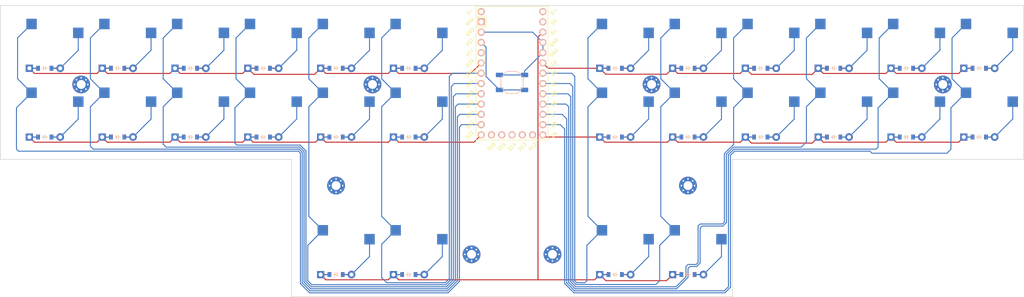
<source format=kicad_pcb>
(kicad_pcb (version 20241229) (generator "pcbnew") (generator_version "9.0")
  (title_block (title "pcb") (rev "v1.0.0") (company "Unknown"))
  (layers (0 "F.Cu" signal) (2 "B.Cu" signal) (13 "F.Paste" user) (15 "B.Paste" user) (5 "F.SilkS" user) (7 "B.SilkS" user) (1 "F.Mask" user) (3 "B.Mask" user) (25 "Edge.Cuts" user))
  (net 0 "")
  (net 1 "D23")
  (net 2 "outer_lbottom")
  (net 3 "outer_ltop")
  (net 4 "D20")
  (net 5 "pinky_lbottom")
  (net 6 "pinky_ltop")
  (net 7 "D22")
  (net 8 "ring_lbottom")
  (net 9 "ring_ltop")
  (net 10 "D26")
  (net 11 "middle_lbottom")
  (net 12 "middle_ltop")
  (net 13 "D27")
  (net 14 "index_lbottom")
  (net 15 "index_ltop")
  (net 16 "D28")
  (net 17 "inner_lbottom")
  (net 18 "inner_ltop")
  (net 19 "D3")
  (net 20 "inner_rbottom")
  (net 21 "inner_rtop")
  (net 22 "D4")
  (net 23 "index_rbottom")
  (net 24 "index_rtop")
  (net 25 "D5")
  (net 26 "middle_rbottom")
  (net 27 "middle_rtop")
  (net 28 "D6")
  (net 29 "ring_rbottom")
  (net 30 "ring_rtop")
  (net 31 "D7")
  (net 32 "pinky_rbottom")
  (net 33 "pinky_rtop")
  (net 34 "D8")
  (net 35 "outer_rbottom")
  (net 36 "outer_rtop")
  (net 37 "outer_lttop")
  (net 38 "inner_lttop")
  (net 39 "inner_rttop")
  (net 40 "outer_rttop")
  (net 41 "D21")
  (net 42 "D29")
  (net 43 "D9")
  (net 44 "D2")
  (net 45 "D1")
  (net 46 "Dm")
  (net 47 "RAW")
  (net 48 "GND")
  (net 49 "RST")
  (net 50 "VCC")
  (net 51 "D12")
  (net 52 "D13")
  (net 53 "D14")
  (net 54 "D15")
  (net 55 "D16")
  (net 56 "Dp")
  (net 57 "D0")
  (footprint "E73:SW_TACT_ALPS_SKQGABE010" (layer "F.Cu") (at 215.5 91.5)
    (property "Reference" "B1" (hide yes))
    (property "Value" "" (hide yes))
  )
  (footprint "Mount_Hole_2.2mm_Pad_Via" (layer "F.Cu") (at 225.5 134)
    (property "Reference" "_8" (hide yes))
    (property "Value" "")
  )
  (footprint "PG1350" (layer "F.Cu") (at 118 83)
    (property "Reference" "S4" (hide yes))
    (property "Value" "" (hide yes))
  )
  (footprint "PG1350" (layer "F.Cu") (at 277 100)
    (property "Reference" "S17" (hide yes))
    (property "Value" "" (hide yes))
  )
  (footprint "PG1350" (layer "F.Cu") (at 136 100)
    (property "Reference" "S5" (hide yes))
    (property "Value" "" (hide yes))
  )
  (footprint "PG1350" (layer "F.Cu") (at 313 83)
    (property "Reference" "S22" (hide yes))
    (property "Value" "" (hide yes))
  )
  (footprint "ComboDiode" (layer "F.Cu") (at 154 105)
    (property "Reference" "D7" (hide yes))
    (property "Value" "" (hide yes))
  )
  (footprint "PG1350" (layer "F.Cu") (at 100 100)
    (property "Reference" "S1" (hide yes))
    (property "Value" "" (hide yes))
  )
  (footprint "ComboDiode" (layer "F.Cu") (at 241 88)
    (property "Reference" "D14" (hide yes))
    (property "Value" "" (hide yes))
  )
  (footprint "Mount_Hole_2.2mm_Pad_Via" (layer "F.Cu") (at 250 92)
    (property "Reference" "_3" (hide yes))
    (property "Value" "")
  )
  (footprint "ComboDiode" (layer "F.Cu") (at 331 88)
    (property "Reference" "D24" (hide yes))
    (property "Value" "" (hide yes))
  )
  (footprint "PG1350" (layer "F.Cu") (at 241 134)
    (property "Reference" "S27" (hide yes))
    (property "Value" "" (hide yes))
  )
  (footprint "PG1350" (layer "F.Cu") (at 190 134)
    (property "Reference" "S26" (hide yes))
    (property "Value" "" (hide yes))
  )
  (footprint "PG1350" (layer "F.Cu") (at 331 100)
    (property "Reference" "S23" (hide yes))
    (property "Value" "" (hide yes))
  )
  (footprint "ComboDiode" (layer "F.Cu") (at 241 105)
    (property "Reference" "D13" (hide yes))
    (property "Value" "" (hide yes))
  )
  (footprint "PG1350" (layer "F.Cu") (at 277 83)
    (property "Reference" "S18" (hide yes))
    (property "Value" "" (hide yes))
  )
  (footprint "PG1350" (layer "F.Cu") (at 118 100)
    (property "Reference" "S3" (hide yes))
    (property "Value" "" (hide yes))
  )
  (footprint "Mount_Hole_2.2mm_Pad_Via" (layer "F.Cu") (at 109 92)
    (property "Reference" "_1" (hide yes))
    (property "Value" "")
  )
  (footprint "ComboDiode" (layer "F.Cu") (at 241 139)
    (property "Reference" "D27" (hide yes))
    (property "Value" "" (hide yes))
  )
  (footprint "ComboDiode" (layer "F.Cu") (at 118 105)
    (property "Reference" "D3" (hide yes))
    (property "Value" "" (hide yes))
  )
  (footprint "Mount_Hole_2.2mm_Pad_Via" (layer "F.Cu") (at 172 117)
    (property "Reference" "_5" (hide yes))
    (property "Value" "")
  )
  (footprint "ComboDiode" (layer "F.Cu") (at 277 88)
    (property "Reference" "D18" (hide yes))
    (property "Value" "" (hide yes))
  )
  (footprint "ComboDiode" (layer "F.Cu") (at 172 88)
    (property "Reference" "D10" (hide yes))
    (property "Value" "" (hide yes))
  )
  (footprint "PG1350" (layer "F.Cu") (at 295 100)
    (property "Reference" "S19" (hide yes))
    (property "Value" "" (hide yes))
  )
  (footprint "PG1350" (layer "F.Cu") (at 172 83)
    (property "Reference" "S10" (hide yes))
    (property "Value" "" (hide yes))
  )
  (footprint "ComboDiode" (layer "F.Cu") (at 100 88)
    (property "Reference" "D2" (hide yes))
    (property "Value" "" (hide yes))
  )
  (footprint "PG1350" (layer "F.Cu") (at 100 83)
    (property "Reference" "S2" (hide yes))
    (property "Value" "" (hide yes))
  )
  (footprint "Mount_Hole_2.2mm_Pad_Via" (layer "F.Cu") (at 205.5 134)
    (property "Reference" "_7" (hide yes))
    (property "Value" "")
  )
  (footprint "ComboDiode" (layer "F.Cu") (at 259 88)
    (property "Reference" "D16" (hide yes))
    (property "Value" "" (hide yes))
  )
  (footprint "ComboDiode" (layer "F.Cu") (at 190 88)
    (property "Reference" "D12" (hide yes))
    (property "Value" "" (hide yes))
  )
  (footprint "PG1350" (layer "F.Cu") (at 313 100)
    (property "Reference" "S21" (hide yes))
    (property "Value" "" (hide yes))
  )
  (footprint "PG1350" (layer "F.Cu") (at 190 100)
    (property "Reference" "S11" (hide yes))
    (property "Value" "" (hide yes))
  )
  (footprint "ComboDiode" (layer "F.Cu") (at 313 105)
    (property "Reference" "D21" (hide yes))
    (property "Value" "" (hide yes))
  )
  (footprint "PG1350" (layer "F.Cu") (at 172 134)
    (property "Reference" "S25" (hide yes))
    (property "Value" "" (hide yes))
  )
  (footprint "ComboDiode" (layer "F.Cu") (at 259 105)
    (property "Reference" "D15" (hide yes))
    (property "Value" "" (hide yes))
  )
  (footprint "ProMicro" (layer "F.Cu") (at 215.5 90.5 -90)
    (property "Reference" "MCU1" (hide yes))
    (property "Value" "" (hide yes))
  )
  (footprint "ComboDiode" (layer "F.Cu") (at 190 105)
    (property "Reference" "D11" (hide yes))
    (property "Value" "" (hide yes))
  )
  (footprint "PG1350" (layer "F.Cu") (at 136 83)
    (property "Reference" "S6" (hide yes))
    (property "Value" "" (hide yes))
  )
  (footprint "PG1350" (layer "F.Cu") (at 172 100)
    (property "Reference" "S9" (hide yes))
    (property "Value" "" (hide yes))
  )
  (footprint "PG1350" (layer "F.Cu") (at 259 83)
    (property "Reference" "S16" (hide yes))
    (property "Value" "" (hide yes))
  )
  (footprint "ComboDiode" (layer "F.Cu") (at 190 139)
    (property "Reference" "D26" (hide yes))
    (property "Value" "" (hide yes))
  )
  (footprint "ComboDiode" (layer "F.Cu") (at 295 105)
    (property "Reference" "D19" (hide yes))
    (property "Value" "" (hide yes))
  )
  (footprint "PG1350" (layer "F.Cu") (at 154 100)
    (property "Reference" "S7" (hide yes))
    (property "Value" "" (hide yes))
  )
  (footprint "ComboDiode" (layer "F.Cu") (at 136 88)
    (property "Reference" "D6" (hide yes))
    (property "Value" "" (hide yes))
  )
  (footprint "Mount_Hole_2.2mm_Pad_Via" (layer "F.Cu") (at 181 92)
    (property "Reference" "_2" (hide yes))
    (property "Value" "")
  )
  (footprint "ComboDiode" (layer "F.Cu") (at 154 88)
    (property "Reference" "D8" (hide yes))
    (property "Value" "" (hide yes))
  )
  (footprint "ComboDiode" (layer "F.Cu") (at 136 105)
    (property "Reference" "D5" (hide yes))
    (property "Value" "" (hide yes))
  )
  (footprint "PG1350" (layer "F.Cu") (at 190 83)
    (property "Reference" "S12" (hide yes))
    (property "Value" "" (hide yes))
  )
  (footprint "ComboDiode" (layer "F.Cu") (at 100 105)
    (property "Reference" "D1" (hide yes))
    (property "Value" "" (hide yes))
  )
  (footprint "ComboDiode" (layer "F.Cu") (at 277 105)
    (property "Reference" "D17" (hide yes))
    (property "Value" "" (hide yes))
  )
  (footprint "ComboDiode" (layer "F.Cu") (at 295 88)
    (property "Reference" "D20" (hide yes))
    (property "Value" "" (hide yes))
  )
  (footprint "ComboDiode" (layer "F.Cu") (at 259 139)
    (property "Reference" "D28" (hide yes))
    (property "Value" "" (hide yes))
  )
  (footprint "PG1350" (layer "F.Cu") (at 154 83)
    (property "Reference" "S8" (hide yes))
    (property "Value" "" (hide yes))
  )
  (footprint "PG1350" (layer "F.Cu") (at 295 83)
    (property "Reference" "S20" (hide yes))
    (property "Value" "" (hide yes))
  )
  (footprint "ComboDiode" (layer "F.Cu") (at 172 139)
    (property "Reference" "D25" (hide yes))
    (property "Value" "" (hide yes))
  )
  (footprint "ComboDiode" (layer "F.Cu") (at 118 88)
    (property "Reference" "D4" (hide yes))
    (property "Value" "" (hide yes))
  )
  (footprint "ComboDiode" (layer "F.Cu") (at 313 88)
    (property "Reference" "D22" (hide yes))
    (property "Value" "" (hide yes))
  )
  (footprint "PG1350" (layer "F.Cu") (at 331 83)
    (property "Reference" "S24" (hide yes))
    (property "Value" "" (hide yes))
  )
  (footprint "PG1350" (layer "F.Cu") (at 259 100)
    (property "Reference" "S15" (hide yes))
    (property "Value" "" (hide yes))
  )
  (footprint "PG1350" (layer "F.Cu") (at 259 134)
    (property "Reference" "S28" (hide yes))
    (property "Value" "" (hide yes))
  )
  (footprint "Mount_Hole_2.2mm_Pad_Via" (layer "F.Cu") (at 322 92)
    (property "Reference" "_4" (hide yes))
    (property "Value" "")
  )
  (footprint "PG1350" (layer "F.Cu") (at 241 100)
    (property "Reference" "S13" (hide yes))
    (property "Value" "" (hide yes))
  )
  (footprint "Mount_Hole_2.2mm_Pad_Via" (layer "F.Cu") (at 259 117)
    (property "Reference" "_6" (hide yes))
    (property "Value" "")
  )
  (footprint "PG1350" (layer "F.Cu") (at 241 83)
    (property "Reference" "S14" (hide yes))
    (property "Value" "" (hide yes))
  )
  (footprint "ComboDiode" (layer "F.Cu") (at 172 105)
    (property "Reference" "D9" (hide yes))
    (property "Value" "" (hide yes))
  )
  (footprint "ComboDiode" (layer "F.Cu") (at 331 105)
    (property "Reference" "D23" (hide yes))
    (property "Value" "" (hide yes))
  )
  (gr_line (start 342 72.5) (end 342 110.5) (stroke (width 0.15)) (layer "Edge.Cuts"))
  (gr_line (start 270 110.5) (end 270 144.5) (stroke (width 0.15)) (layer "Edge.Cuts"))
  (gr_line (start 89 110.5) (end 89 72.5) (stroke (width 0.15)) (layer "Edge.Cuts"))
  (gr_line (start 89 72.5) (end 342 72.5) (stroke (width 0.15)) (layer "Edge.Cuts"))
  (gr_line (start 270 144.5) (end 161 144.5) (stroke (width 0.15)) (layer "Edge.Cuts"))
  (gr_line (start 161 110.5) (end 89 110.5) (stroke (width 0.15)) (layer "Edge.Cuts"))
  (gr_line (start 342 110.5) (end 270 110.5) (stroke (width 0.15)) (layer "Edge.Cuts"))
  (gr_line (start 161 144.5) (end 161 110.5) (stroke (width 0.15)) (layer "Edge.Cuts"))
  (segment (start 93.5 108.5) (end 162.72438 108.5) (width 0.25) (layer "B.Cu") (net 1))
  (segment (start 93.2731 90.5981) (end 93.2731 80.5019) (width 0.25) (layer "B.Cu") (net 1))
  (segment (start 202.5 102.5) (end 203.07 101.93) (width 0.25) (layer "B.Cu") (net 1))
  (segment (start 203.07 101.93) (end 207.88 101.93) (width 0.25) (layer "B.Cu") (net 1))
  (segment (start 163.196 108.97162) (end 163.196 141.24724) (width 0.25) (layer "B.Cu") (net 1))
  (segment (start 93 108) (end 93.5 108.5) (width 0.25) (layer "B.Cu") (net 1))
  (segment (start 199.68905 143.5) (end 202.5 140.68905) (width 0.25) (layer "B.Cu") (net 1))
  (segment (start 93.2731 80.5019) (end 96.725 77.05) (width 0.25) (layer "B.Cu") (net 1))
  (segment (start 163.196 141.24724) (end 165.44876 143.5) (width 0.25) (layer "B.Cu") (net 1))
  (segment (start 202.5 140.68905) (end 202.5 102.5) (width 0.25) (layer "B.Cu") (net 1))
  (segment (start 96.725 94.05) (end 93 97.775) (width 0.25) (layer "B.Cu") (net 1))
  (segment (start 165.44876 143.5) (end 199.68905 143.5) (width 0.25) (layer "B.Cu") (net 1))
  (segment (start 93 97.775) (end 93 108) (width 0.25) (layer "B.Cu") (net 1))
  (segment (start 162.72438 108.5) (end 163.196 108.97162) (width 0.25) (layer "B.Cu") (net 1))
  (segment (start 96.725 94.05) (end 93.2731 90.5981) (width 0.25) (layer "B.Cu") (net 1))
  (segment (start 103.81 105) (end 101.65 105) (width 0.25) (layer "F.Cu") (net 2))
  (segment (start 101.65 105) (end 103.81 105) (width 0.25) (layer "B.Cu") (net 2))
  (segment (start 108.275 100.535) (end 108.275 96.25) (width 0.25) (layer "B.Cu") (net 2))
  (segment (start 103.81 105) (end 108.275 100.535) (width 0.25) (layer "B.Cu") (net 2))
  (segment (start 101.65 88) (end 103.81 88) (width 0.25) (layer "F.Cu") (net 3))
  (segment (start 103.81 88) (end 108.275 83.535) (width 0.25) (layer "B.Cu") (net 3))
  (segment (start 103.81 88) (end 101.65 88) (width 0.25) (layer "B.Cu") (net 3))
  (segment (start 108.275 83.535) (end 108.275 79.25) (width 0.25) (layer "B.Cu") (net 3))
  (segment (start 163.647 141.06043) (end 165.58657 143) (width 0.25) (layer "B.Cu") (net 4))
  (segment (start 202 140.55124) (end 202 100) (width 0.25) (layer "B.Cu") (net 4))
  (segment (start 202.61 99.39) (end 207.88 99.39) (width 0.25) (layer "B.Cu") (net 4))
  (segment (start 111.2731 80.5019) (end 114.725 77.05) (width 0.25) (layer "B.Cu") (net 4))
  (segment (start 165.58657 143) (end 199.55124 143) (width 0.25) (layer "B.Cu") (net 4))
  (segment (start 114.725 94.05) (end 111.2731 97.5019) (width 0.25) (layer "B.Cu") (net 4))
  (segment (start 202 100) (end 202.61 99.39) (width 0.25) (layer "B.Cu") (net 4))
  (segment (start 163.647 108.78481) (end 163.647 141.06043) (width 0.25) (layer "B.Cu") (net 4))
  (segment (start 111.2731 97.5019) (end 111.2731 107.2731) (width 0.25) (layer "B.Cu") (net 4))
  (segment (start 112 108) (end 162.86219 108) (width 0.25) (layer "B.Cu") (net 4))
  (segment (start 199.55124 143) (end 202 140.55124) (width 0.25) (layer "B.Cu") (net 4))
  (segment (start 114.725 94.05) (end 111.2731 90.5981) (width 0.25) (layer "B.Cu") (net 4))
  (segment (start 162.86219 108) (end 163.647 108.78481) (width 0.25) (layer "B.Cu") (net 4))
  (segment (start 111.2731 107.2731) (end 112 108) (width 0.25) (layer "B.Cu") (net 4))
  (segment (start 111.2731 90.5981) (end 111.2731 80.5019) (width 0.25) (layer "B.Cu") (net 4))
  (segment (start 121.81 105) (end 119.65 105) (width 0.25) (layer "F.Cu") (net 5))
  (segment (start 126.275 100.535) (end 126.275 96.25) (width 0.25) (layer "B.Cu") (net 5))
  (segment (start 119.65 105) (end 121.81 105) (width 0.25) (layer "B.Cu") (net 5))
  (segment (start 121.81 105) (end 126.275 100.535) (width 0.25) (layer "B.Cu") (net 5))
  (segment (start 119.65 88) (end 121.81 88) (width 0.25) (layer "F.Cu") (net 6))
  (segment (start 121.81 88) (end 119.65 88) (width 0.25) (layer "B.Cu") (net 6))
  (segment (start 121.81 88) (end 126.275 83.535) (width 0.25) (layer "B.Cu") (net 6))
  (segment (start 126.275 83.535) (end 126.275 79.25) (width 0.25) (layer "B.Cu") (net 6))
  (segment (start 199.41343 142.5) (end 201.5 140.41343) (width 0.25) (layer "B.Cu") (net 7))
  (segment (start 201.5 97.5) (end 202.15 96.85) (width 0.25) (layer "B.Cu") (net 7))
  (segment (start 129.2731 106.7731) (end 130 107.5) (width 0.25) (layer "B.Cu") (net 7))
  (segment (start 163 107.5) (end 164.098 108.598) (width 0.25) (layer "B.Cu") (net 7))
  (segment (start 132.725 94.05) (end 129.2731 97.5019) (width 0.25) (layer "B.Cu") (net 7))
  (segment (start 164.098 108.598) (end 164.098 140.87362) (width 0.25) (layer "B.Cu") (net 7))
  (segment (start 129.2731 97.5019) (end 129.2731 106.7731) (width 0.25) (layer "B.Cu") (net 7))
  (segment (start 129.2731 80.5019) (end 132.725 77.05) (width 0.25) (layer "B.Cu") (net 7))
  (segment (start 130 107.5) (end 163 107.5) (width 0.25) (layer "B.Cu") (net 7))
  (segment (start 132.725 94.05) (end 129.2731 90.5981) (width 0.25) (layer "B.Cu") (net 7))
  (segment (start 202.15 96.85) (end 207.88 96.85) (width 0.25) (layer "B.Cu") (net 7))
  (segment (start 201.5 140.41343) (end 201.5 97.5) (width 0.25) (layer "B.Cu") (net 7))
  (segment (start 164.098 140.87362) (end 165.72438 142.5) (width 0.25) (layer "B.Cu") (net 7))
  (segment (start 129.2731 90.5981) (end 129.2731 80.5019) (width 0.25) (layer "B.Cu") (net 7))
  (segment (start 165.72438 142.5) (end 199.41343 142.5) (width 0.25) (layer "B.Cu") (net 7))
  (segment (start 139.81 105) (end 137.65 105) (width 0.25) (layer "F.Cu") (net 8))
  (segment (start 137.65 105) (end 139.81 105) (width 0.25) (layer "B.Cu") (net 8))
  (segment (start 144.275 100.535) (end 144.275 96.25) (width 0.25) (layer "B.Cu") (net 8))
  (segment (start 139.81 105) (end 144.275 100.535) (width 0.25) (layer "B.Cu") (net 8))
  (segment (start 137.65 88) (end 139.81 88) (width 0.25) (layer "F.Cu") (net 9))
  (segment (start 144.275 83.535) (end 144.275 79.25) (width 0.25) (layer "B.Cu") (net 9))
  (segment (start 139.81 88) (end 144.275 83.535) (width 0.25) (layer "B.Cu") (net 9))
  (segment (start 139.81 88) (end 137.65 88) (width 0.25) (layer "B.Cu") (net 9))
  (segment (start 163.13781 107) (end 164.549 108.41119) (width 0.25) (layer "B.Cu") (net 10))
  (segment (start 201.69 94.31) (end 207.88 94.31) (width 0.25) (layer "B.Cu") (net 10))
  (segment (start 164.549 140.68681) (end 165.86219 142) (width 0.25) (layer "B.Cu") (net 10))
  (segment (start 201 140.27562) (end 201 95) (width 0.25) (layer "B.Cu") (net 10))
  (segment (start 147 97.775) (end 147 106.5) (width 0.25) (layer "B.Cu") (net 10))
  (segment (start 147.2731 90.5981) (end 147.2731 80.5019) (width 0.25) (layer "B.Cu") (net 10))
  (segment (start 150.725 94.05) (end 147 97.775) (width 0.25) (layer "B.Cu") (net 10))
  (segment (start 164.549 108.41119) (end 164.549 140.68681) (width 0.25) (layer "B.Cu") (net 10))
  (segment (start 201 95) (end 201.69 94.31) (width 0.25) (layer "B.Cu") (net 10))
  (segment (start 147 106.5) (end 147.5 107) (width 0.25) (layer "B.Cu") (net 10))
  (segment (start 147.5 107) (end 163.13781 107) (width 0.25) (layer "B.Cu") (net 10))
  (segment (start 150.725 94.05) (end 147.2731 90.5981) (width 0.25) (layer "B.Cu") (net 10))
  (segment (start 165.86219 142) (end 199.27562 142) (width 0.25) (layer "B.Cu") (net 10))
  (segment (start 147.2731 80.5019) (end 150.725 77.05) (width 0.25) (layer "B.Cu") (net 10))
  (segment (start 199.27562 142) (end 201 140.27562) (width 0.25) (layer "B.Cu") (net 10))
  (segment (start 157.81 105) (end 155.65 105) (width 0.25) (layer "F.Cu") (net 11))
  (segment (start 157.81 105) (end 162.275 100.535) (width 0.25) (layer "B.Cu") (net 11))
  (segment (start 155.65 105) (end 157.81 105) (width 0.25) (layer "B.Cu") (net 11))
  (segment (start 162.275 100.535) (end 162.275 96.25) (width 0.25) (layer "B.Cu") (net 11))
  (segment (start 155.65 88) (end 157.81 88) (width 0.25) (layer "F.Cu") (net 12))
  (segment (start 162.275 83.535) (end 162.275 79.25) (width 0.25) (layer "B.Cu") (net 12))
  (segment (start 157.81 88) (end 155.65 88) (width 0.25) (layer "B.Cu") (net 12))
  (segment (start 157.81 88) (end 162.275 83.535) (width 0.25) (layer "B.Cu") (net 12))
  (segment (start 165.2731 90.5981) (end 165.2731 80.5019) (width 0.25) (layer "B.Cu") (net 13))
  (segment (start 165 140.5) (end 166 141.5) (width 0.25) (layer "B.Cu") (net 13))
  (segment (start 165.2731 124.5981) (end 165.2731 97.5019) (width 0.25) (layer "B.Cu") (net 13))
  (segment (start 165.2731 80.5019) (end 168.725 77.05) (width 0.25) (layer "B.Cu") (net 13))
  (segment (start 168.725 128.05) (end 165 131.775) (width 0.25) (layer "B.Cu") (net 13))
  (segment (start 168.725 128.05) (end 165.2731 124.5981) (width 0.25) (layer "B.Cu") (net 13))
  (segment (start 199.13781 141.5) (end 200.5 140.13781) (width 0.25) (layer "B.Cu") (net 13))
  (segment (start 166 141.5) (end 199.13781 141.5) (width 0.25) (layer "B.Cu") (net 13))
  (segment (start 165.2731 97.5019) (end 168.725 94.05) (width 0.25) (layer "B.Cu") (net 13))
  (segment (start 168.725 94.05) (end 165.2731 90.5981) (width 0.25) (layer "B.Cu") (net 13))
  (segment (start 200.5 140.13781) (end 200.5 92.5) (width 0.25) (layer "B.Cu") (net 13))
  (segment (start 165 131.775) (end 165 140.5) (width 0.25) (layer "B.Cu") (net 13))
  (segment (start 200.5 92.5) (end 201.23 91.77) (width 0.25) (layer "B.Cu") (net 13))
  (segment (start 201.23 91.77) (end 207.88 91.77) (width 0.25) (layer "B.Cu") (net 13))
  (segment (start 175.81 105) (end 173.65 105) (width 0.25) (layer "F.Cu") (net 14))
  (segment (start 180.275 100.535) (end 180.275 96.25) (width 0.25) (layer "B.Cu") (net 14))
  (segment (start 173.65 105) (end 175.81 105) (width 0.25) (layer "B.Cu") (net 14))
  (segment (start 175.81 105) (end 180.275 100.535) (width 0.25) (layer "B.Cu") (net 14))
  (segment (start 173.65 88) (end 175.81 88) (width 0.25) (layer "F.Cu") (net 15))
  (segment (start 175.81 88) (end 180.275 83.535) (width 0.25) (layer "B.Cu") (net 15))
  (segment (start 180.275 83.535) (end 180.275 79.25) (width 0.25) (layer "B.Cu") (net 15))
  (segment (start 175.81 88) (end 173.65 88) (width 0.25) (layer "B.Cu") (net 15))
  (segment (start 200 140) (end 200 90) (width 0.25) (layer "B.Cu") (net 16))
  (segment (start 186.725 94.05) (end 183.2731 90.5981) (width 0.25) (layer "B.Cu") (net 16))
  (segment (start 183.2731 131.5019) (end 183.2731 139.7731) (width 0.25) (layer "B.Cu") (net 16))
  (segment (start 183.2731 139.7731) (end 184.5 141) (width 0.25) (layer "B.Cu") (net 16))
  (segment (start 183.2731 97.5019) (end 186.725 94.05) (width 0.25) (layer "B.Cu") (net 16))
  (segment (start 186.725 128.05) (end 183.2731 124.5981) (width 0.25) (layer "B.Cu") (net 16))
  (segment (start 183.2731 80.5019) (end 186.725 77.05) (width 0.25) (layer "B.Cu") (net 16))
  (segment (start 200 90) (end 200.77 89.23) (width 0.25) (layer "B.Cu") (net 16))
  (segment (start 186.725 128.05) (end 183.2731 131.5019) (width 0.25) (layer "B.Cu") (net 16))
  (segment (start 184.5 141) (end 199 141) (width 0.25) (layer "B.Cu") (net 16))
  (segment (start 183.2731 90.5981) (end 183.2731 80.5019) (width 0.25) (layer "B.Cu") (net 16))
  (segment (start 199 141) (end 200 140) (width 0.25) (layer "B.Cu") (net 16))
  (segment (start 183.2731 124.5981) (end 183.2731 97.5019) (width 0.25) (layer "B.Cu") (net 16))
  (segment (start 200.77 89.23) (end 207.88 89.23) (width 0.25) (layer "B.Cu") (net 16))
  (segment (start 193.81 105) (end 191.65 105) (width 0.25) (layer "F.Cu") (net 17))
  (segment (start 191.65 105) (end 193.81 105) (width 0.25) (layer "B.Cu") (net 17))
  (segment (start 198.275 100.535) (end 198.275 96.25) (width 0.25) (layer "B.Cu") (net 17))
  (segment (start 193.81 105) (end 198.275 100.535) (width 0.25) (layer "B.Cu") (net 17))
  (segment (start 191.65 88) (end 193.81 88) (width 0.25) (layer "F.Cu") (net 18))
  (segment (start 193.81 88) (end 191.65 88) (width 0.25) (layer "B.Cu") (net 18))
  (segment (start 193.81 88) (end 198.275 83.535) (width 0.25) (layer "B.Cu") (net 18))
  (segment (start 198.275 83.535) (end 198.275 79.25) (width 0.25) (layer "B.Cu") (net 18))
  (segment (start 237.725 128.05) (end 234 131.775) (width 0.25) (layer "B.Cu") (net 19))
  (segment (start 237.725 128.05) (end 234.2731 124.5981) (width 0.25) (layer "B.Cu") (net 19))
  (segment (start 234.2731 124.5981) (end 234.2731 97.5019) (width 0.25) (layer "B.Cu") (net 19))
  (segment (start 234 131.775) (end 234 140.5) (width 0.25) (layer "B.Cu") (net 19))
  (segment (start 234.2731 89.5) (end 234.2731 80.5019) (width 0.25) (layer "B.Cu") (net 19))
  (segment (start 231.5 141) (end 231 140.5) (width 0.25) (layer "B.Cu") (net 19))
  (segment (start 231 140.5) (end 231 90) (width 0.25) (layer "B.Cu") (net 19))
  (segment (start 230.23 89.23) (end 223.12 89.23) (width 0.25) (layer "B.Cu") (net 19))
  (segment (start 234.2731 80.5019) (end 237.725 77.05) (width 0.25) (layer "B.Cu") (net 19))
  (segment (start 234.2731 97.5019) (end 237.725 94.05) (width 0.25) (layer "B.Cu") (net 19))
  (segment (start 231 90) (end 230.23 89.23) (width 0.25) (layer "B.Cu") (net 19))
  (segment (start 233.5 141) (end 231.5 141) (width 0.25) (layer "B.Cu") (net 19))
  (segment (start 234 140.5) (end 233.5 141) (width 0.25) (layer "B.Cu") (net 19))
  (segment (start 234.2731 90.5981) (end 234.2731 89.5) (width 0.25) (layer "B.Cu") (net 19))
  (segment (start 237.725 94.05) (end 234.2731 90.5981) (width 0.25) (layer "B.Cu") (net 19))
  (segment (start 244.81 105) (end 242.65 105) (width 0.25) (layer "F.Cu") (net 20))
  (segment (start 244.81 105) (end 242.65 105) (width 0.25) (layer "B.Cu") (net 20))
  (segment (start 244.81 105) (end 249.275 100.535) (width 0.25) (layer "B.Cu") (net 20))
  (segment (start 249.275 100.535) (end 249.275 96.25) (width 0.25) (layer "B.Cu") (net 20))
  (segment (start 242.65 88) (end 244.81 88) (width 0.25) (layer "F.Cu") (net 21))
  (segment (start 249.275 83.535) (end 249.275 79.25) (width 0.25) (layer "B.Cu") (net 21))
  (segment (start 242.65 88) (end 244.81 88) (width 0.25) (layer "B.Cu") (net 21))
  (segment (start 244.81 88) (end 249.275 83.535) (width 0.25) (layer "B.Cu") (net 21))
  (segment (start 230.5 92.5) (end 229.77 91.77) (width 0.25) (layer "B.Cu") (net 22))
  (segment (start 252.2731 90.5981) (end 252.2731 80.5019) (width 0.25) (layer "B.Cu") (net 22))
  (segment (start 229.77 91.77) (end 223.12 91.77) (width 0.25) (layer "B.Cu") (net 22))
  (segment (start 255.725 128.05) (end 252.2731 124.5981) (width 0.25) (layer "B.Cu") (net 22))
  (segment (start 252.2731 80.5019) (end 255.725 77.05) (width 0.25) (layer "B.Cu") (net 22))
  (segment (start 251.049 141.451) (end 231.31319 141.451) (width 0.25) (layer "B.Cu") (net 22))
  (segment (start 230.5 140.63781) (end 230.5 92.5) (width 0.25) (layer "B.Cu") (net 22))
  (segment (start 252 131.775) (end 252 140.5) (width 0.25) (layer "B.Cu") (net 22))
  (segment (start 252.2731 124.5981) (end 252.2731 97.5019) (width 0.25) (layer "B.Cu") (net 22))
  (segment (start 252 140.5) (end 251.049 141.451) (width 0.25) (layer "B.Cu") (net 22))
  (segment (start 255.725 128.05) (end 252 131.775) (width 0.25) (layer "B.Cu") (net 22))
  (segment (start 255.725 94.05) (end 252.2731 90.5981) (width 0.25) (layer "B.Cu") (net 22))
  (segment (start 231.31319 141.451) (end 230.5 140.63781) (width 0.25) (layer "B.Cu") (net 22))
  (segment (start 252.2731 97.5019) (end 255.725 94.05) (width 0.25) (layer "B.Cu") (net 22))
  (segment (start 262.81 105) (end 260.65 105) (width 0.25) (layer "F.Cu") (net 23))
  (segment (start 262.81 105) (end 260.65 105) (width 0.25) (layer "B.Cu") (net 23))
  (segment (start 262.81 105) (end 267.275 100.535) (width 0.25) (layer "B.Cu") (net 23))
  (segment (start 267.275 100.535) (end 267.275 96.25) (width 0.25) (layer "B.Cu") (net 23))
  (segment (start 260.65 88) (end 262.81 88) (width 0.25) (layer "F.Cu") (net 24))
  (segment (start 262.81 88) (end 267.275 83.535) (width 0.25) (layer "B.Cu") (net 24))
  (segment (start 267.275 83.535) (end 267.275 79.25) (width 0.25) (layer "B.Cu") (net 24))
  (segment (start 260.65 88) (end 262.81 88) (width 0.25) (layer "B.Cu") (net 24))
  (segment (start 261 136.5) (end 259 136.5) (width 0.25) (layer "B.Cu") (net 25))
  (segment (start 261.5 136) (end 261 136.5) (width 0.25) (layer "B.Cu") (net 25))
  (segment (start 259 136.5) (end 258.5 137) (width 0.25) (layer "B.Cu") (net 25))
  (segment (start 262 126.5) (end 261.5 127) (width 0.25) (layer "B.Cu") (net 25))
  (segment (start 270.2731 106.81347) (end 268 109.08657) (width 0.25) (layer "B.Cu") (net 25))
  (segment (start 229.31 94.31) (end 223.12 94.31) (width 0.25) (layer "B.Cu") (net 25))
  (segment (start 261.5 127) (end 261.5 136) (width 0.25) (layer "B.Cu") (net 25))
  (segment (start 267.5 126.5) (end 262 126.5) (width 0.25) (layer "B.Cu") (net 25))
  (segment (start 258.5 139.552) (end 256.052 142) (width 0.25) (layer "B.Cu") (net 25))
  (segment (start 231.22438 142) (end 230 140.77562) (width 0.25) (layer "B.Cu") (net 25))
  (segment (start 230 140.77562) (end 230 95) (width 0.25) (layer "B.Cu") (net 25))
  (segment (start 256.052 142) (end 231.22438 142) (width 0.25) (layer "B.Cu") (net 25))
  (segment (start 268 109.08657) (end 268 126) (width 0.25) (layer "B.Cu") (net 25))
  (segment (start 273.725 94.05) (end 270.2731 90.5981) (width 0.25) (layer "B.Cu") (net 25))
  (segment (start 268 126) (end 267.5 126.5) (width 0.25) (layer "B.Cu") (net 25))
  (segment (start 258.5 137) (end 258.5 139.552) (width 0.25) (layer "B.Cu") (net 25))
  (segment (start 273.725 94.05) (end 273.725 94.275) (width 0.25) (layer "B.Cu") (net 25))
  (segment (start 270.2731 97.7269) (end 270.2731 106.81347) (width 0.25) (layer "B.Cu") (net 25))
  (segment (start 230 95) (end 229.31 94.31) (width 0.25) (layer "B.Cu") (net 25))
  (segment (start 273.725 94.275) (end 270.2731 97.7269) (width 0.25) (layer "B.Cu") (net 25))
  (segment (start 270.2731 80.5019) (end 273.725 77.05) (width 0.25) (layer "B.Cu") (net 25))
  (segment (start 270.2731 90.5981) (end 270.2731 80.5019) (width 0.25) (layer "B.Cu") (net 25))
  (segment (start 280.81 105) (end 278.65 105) (width 0.25) (layer "F.Cu") (net 26))
  (segment (start 285.275 100.535) (end 285.275 96.25) (width 0.25) (layer "B.Cu") (net 26))
  (segment (start 280.81 105) (end 285.275 100.535) (width 0.25) (layer "B.Cu") (net 26))
  (segment (start 280.81 105) (end 278.65 105) (width 0.25) (layer "B.Cu") (net 26))
  (segment (start 278.65 88) (end 280.81 88) (width 0.25) (layer "F.Cu") (net 27))
  (segment (start 280.81 88) (end 285.275 83.535) (width 0.25) (layer "B.Cu") (net 27))
  (segment (start 278.65 88) (end 280.81 88) (width 0.25) (layer "B.Cu") (net 27))
  (segment (start 285.275 83.535) (end 285.275 79.25) (width 0.25) (layer "B.Cu") (net 27))
  (segment (start 256.18981 142.5) (end 231.08657 142.5) (width 0.25) (layer "B.Cu") (net 28))
  (segment (start 259 139.68981) (end 256.18981 142.5) (width 0.25) (layer "B.Cu") (net 28))
  (segment (start 288.2731 90.5981) (end 288.2731 80.5019) (width 0.25) (layer "B.Cu") (net 28))
  (segment (start 287 107.5) (end 270.22438 107.5) (width 0.25) (layer "B.Cu") (net 28))
  (segment (start 262 136.13781) (end 261.13781 137) (width 0.25) (layer "B.Cu") (net 28))
  (segment (start 268.5 109.22438) (end 268.5 126.13781) (width 0.25) (layer "B.Cu") (net 28))
  (segment (start 291.725 94.05) (end 288.2731 90.5981) (width 0.25) (layer "B.Cu") (net 28))
  (segment (start 262 127.5) (end 262 136.13781) (width 0.25) (layer "B.Cu") (net 28))
  (segment (start 268.5 126.13781) (end 267.63781 127) (width 0.25) (layer "B.Cu") (net 28))
  (segment (start 291.725 94.05) (end 288.2731 97.5019) (width 0.25) (layer "B.Cu") (net 28))
  (segment (start 270.22438 107.5) (end 268.5 109.22438) (width 0.25) (layer "B.Cu") (net 28))
  (segment (start 229.5 140.91343) (end 229.5 97.5) (width 0.25) (layer "B.Cu") (net 28))
  (segment (start 288.2731 97.5019) (end 288.2731 106.2269) (width 0.25) (layer "B.Cu") (net 28))
  (segment (start 259.5 137) (end 259 137.5) (width 0.25) (layer "B.Cu") (net 28))
  (segment (start 288.2731 80.5019) (end 291.725 77.05) (width 0.25) (layer "B.Cu") (net 28))
  (segment (start 262.5 127) (end 262 127.5) (width 0.25) (layer "B.Cu") (net 28))
  (segment (start 288.2731 106.2269) (end 287 107.5) (width 0.25) (layer "B.Cu") (net 28))
  (segment (start 261.13781 137) (end 259.5 137) (width 0.25) (layer "B.Cu") (net 28))
  (segment (start 267.63781 127) (end 262.5 127) (width 0.25) (layer "B.Cu") (net 28))
  (segment (start 228.85 96.85) (end 223.12 96.85) (width 0.25) (layer "B.Cu") (net 28))
  (segment (start 229.5 97.5) (end 228.85 96.85) (width 0.25) (layer "B.Cu") (net 28))
  (segment (start 259 137.5) (end 259 139.68981) (width 0.25) (layer "B.Cu") (net 28))
  (segment (start 231.08657 142.5) (end 229.5 140.91343) (width 0.25) (layer "B.Cu") (net 28))
  (segment (start 298.81 105) (end 296.65 105) (width 0.25) (layer "F.Cu") (net 29))
  (segment (start 298.81 105) (end 296.65 105) (width 0.25) (layer "B.Cu") (net 29))
  (segment (start 303.275 100.535) (end 303.275 96.25) (width 0.25) (layer "B.Cu") (net 29))
  (segment (start 298.81 105) (end 303.275 100.535) (width 0.25) (layer "B.Cu") (net 29))
  (segment (start 296.65 88) (end 298.81 88) (width 0.25) (layer "F.Cu") (net 30))
  (segment (start 303.275 83.535) (end 303.275 79.25) (width 0.25) (layer "B.Cu") (net 30))
  (segment (start 296.65 88) (end 298.81 88) (width 0.25) (layer "B.Cu") (net 30))
  (segment (start 298.81 88) (end 303.275 83.535) (width 0.25) (layer "B.Cu") (net 30))
  (segment (start 268 143) (end 230.94876 143) (width 0.25) (layer "B.Cu") (net 31))
  (segment (start 269 142) (end 268 143) (width 0.25) (layer "B.Cu") (net 31))
  (segment (start 227.89 99.39) (end 223.12 99.39) (width 0.25) (layer "B.Cu") (net 31))
  (segment (start 306.2731 80.5019) (end 309.725 77.05) (width 0.25) (layer "B.Cu") (net 31))
  (segment (start 305.5 108) (end 270.36219 108) (width 0.25) (layer "B.Cu") (net 31))
  (segment (start 269 109.36219) (end 269 142) (width 0.25) (layer "B.Cu") (net 31))
  (segment (start 309.725 94.05) (end 306 97.775) (width 0.25) (layer "B.Cu") (net 31))
  (segment (start 306 97.775) (end 306 107.5) (width 0.25) (layer "B.Cu") (net 31))
  (segment (start 229 100.5) (end 227.89 99.39) (width 0.25) (layer "B.Cu") (net 31))
  (segment (start 270.36219 108) (end 269 109.36219) (width 0.25) (layer "B.Cu") (net 31))
  (segment (start 230.94876 143) (end 229 141.05124) (width 0.25) (layer "B.Cu") (net 31))
  (segment (start 309.725 94.05) (end 306.2731 90.5981) (width 0.25) (layer "B.Cu") (net 31))
  (segment (start 306 107.5) (end 305.5 108) (width 0.25) (layer "B.Cu") (net 31))
  (segment (start 229 141.05124) (end 229 100.5) (width 0.25) (layer "B.Cu") (net 31))
  (segment (start 306.2731 90.5981) (end 306.2731 80.5019) (width 0.25) (layer "B.Cu") (net 31))
  (segment (start 316.81 105) (end 314.65 105) (width 0.25) (layer "F.Cu") (net 32))
  (segment (start 316.81 105) (end 321.275 100.535) (width 0.25) (layer "B.Cu") (net 32))
  (segment (start 316.81 105) (end 314.65 105) (width 0.25) (layer "B.Cu") (net 32))
  (segment (start 321.275 100.535) (end 321.275 96.25) (width 0.25) (layer "B.Cu") (net 32))
  (segment (start 314.65 88) (end 316.81 88) (width 0.25) (layer "F.Cu") (net 33))
  (segment (start 321.275 83.535) (end 321.275 79.25) (width 0.25) (layer "B.Cu") (net 33))
  (segment (start 316.81 88) (end 321.275 83.535) (width 0.25) (layer "B.Cu") (net 33))
  (segment (start 314.65 88) (end 316.81 88) (width 0.25) (layer "B.Cu") (net 33))
  (segment (start 327.725 94.05) (end 324 97.775) (width 0.25) (layer "B.Cu") (net 34))
  (segment (start 227.43 101.93) (end 223.12 101.93) (width 0.25) (layer "B.Cu") (net 34))
  (segment (start 269.5 109.5) (end 269.5 142.13781) (width 0.25) (layer "B.Cu") (net 34))
  (segment (start 324.2731 80.5019) (end 327.725 77.05) (width 0.25) (layer "B.Cu") (net 34))
  (segment (start 304 108.5) (end 270.5 108.5) (width 0.25) (layer "B.Cu") (net 34))
  (segment (start 268.13781 143.5) (end 230.81095 143.5) (width 0.25) (layer "B.Cu") (net 34))
  (segment (start 323 109) (end 304.5 109) (width 0.25) (layer "B.Cu") (net 34))
  (segment (start 327.725 94.05) (end 324.2731 90.5981) (width 0.25) (layer "B.Cu") (net 34))
  (segment (start 228.5 141.18905) (end 228.5 103) (width 0.25) (layer "B.Cu") (net 34))
  (segment (start 304.5 109) (end 304 108.5) (width 0.25) (layer "B.Cu") (net 34))
  (segment (start 324.2731 90.5981) (end 324.2731 80.5019) (width 0.25) (layer "B.Cu") (net 34))
  (segment (start 270.5 108.5) (end 269.5 109.5) (width 0.25) (layer "B.Cu") (net 34))
  (segment (start 324 108) (end 323 109) (width 0.25) (layer "B.Cu") (net 34))
  (segment (start 324 97.775) (end 324 108) (width 0.25) (layer "B.Cu") (net 34))
  (segment (start 230.81095 143.5) (end 228.5 141.18905) (width 0.25) (layer "B.Cu") (net 34))
  (segment (start 269.5 142.13781) (end 268.13781 143.5) (width 0.25) (layer "B.Cu") (net 34))
  (segment (start 228.5 103) (end 227.43 101.93) (width 0.25) (layer "B.Cu") (net 34))
  (segment (start 334.81 105) (end 332.65 105) (width 0.25) (layer "F.Cu") (net 35))
  (segment (start 339.275 100.535) (end 339.275 96.25) (width 0.25) (layer "B.Cu") (net 35))
  (segment (start 334.81 105) (end 339.275 100.535) (width 0.25) (layer "B.Cu") (net 35))
  (segment (start 334.81 105) (end 332.65 105) (width 0.25) (layer "B.Cu") (net 35))
  (segment (start 332.65 88) (end 334.81 88) (width 0.25) (layer "F.Cu") (net 36))
  (segment (start 334.81 88) (end 339.275 83.535) (width 0.25) (layer "B.Cu") (net 36))
  (segment (start 339.275 83.535) (end 339.275 79.25) (width 0.25) (layer "B.Cu") (net 36))
  (segment (start 332.65 88) (end 334.81 88) (width 0.25) (layer "B.Cu") (net 36))
  (segment (start 175.81 139) (end 173.65 139) (width 0.25) (layer "F.Cu") (net 37))
  (segment (start 180.275 134.535) (end 180.275 130.25) (width 0.25) (layer "B.Cu") (net 37))
  (segment (start 173.65 139) (end 175.81 139) (width 0.25) (layer "B.Cu") (net 37))
  (segment (start 175.81 139) (end 180.275 134.535) (width 0.25) (layer "B.Cu") (net 37))
  (segment (start 193.81 139) (end 191.65 139) (width 0.25) (layer "F.Cu") (net 38))
  (segment (start 193.81 139) (end 198.275 134.535) (width 0.25) (layer "B.Cu") (net 38))
  (segment (start 191.65 139) (end 193.81 139) (width 0.25) (layer "B.Cu") (net 38))
  (segment (start 198.275 134.535) (end 198.275 130.25) (width 0.25) (layer "B.Cu") (net 38))
  (segment (start 244.81 139) (end 242.65 139) (width 0.25) (layer "F.Cu") (net 39))
  (segment (start 244.81 139) (end 249.275 134.535) (width 0.25) (layer "B.Cu") (net 39))
  (segment (start 242.65 139) (end 244.81 139) (width 0.25) (layer "B.Cu") (net 39))
  (segment (start 249.275 134.535) (end 249.275 130.25) (width 0.25) (layer "B.Cu") (net 39))
  (segment (start 262.81 139) (end 260.65 139) (width 0.25) (layer "F.Cu") (net 40))
  (segment (start 267.275 134.535) (end 267.275 130.25) (width 0.25) (layer "B.Cu") (net 40))
  (segment (start 262.81 139) (end 267.275 134.535) (width 0.25) (layer "B.Cu") (net 40))
  (segment (start 260.65 139) (end 262.81 139) (width 0.25) (layer "B.Cu") (net 40))
  (segment (start 150.19 105) (end 151.4685 106.2785) (width 0.25) (layer "F.Cu") (net 41))
  (segment (start 112.9115 106.2785) (end 114.19 105) (width 0.25) (layer "F.Cu") (net 41))
  (segment (start 115.4685 106.2785) (end 130.9115 106.2785) (width 0.25) (layer "F.Cu") (net 41))
  (segment (start 188.35 105) (end 186.19 105) (width 0.25) (layer "F.Cu") (net 41))
  (segment (start 166.9115 106.2785) (end 168.19 105) (width 0.25) (layer "F.Cu") (net 41))
  (segment (start 114.19 105) (end 115.4685 106.2785) (width 0.25) (layer "F.Cu") (net 41))
  (segment (start 169.4685 106.2785) (end 184.9115 106.2785) (width 0.25) (layer "F.Cu") (net 41))
  (segment (start 170.35 105) (end 168.19 105) (width 0.25) (layer "F.Cu") (net 41))
  (segment (start 184.9115 106.2785) (end 186.19 105) (width 0.25) (layer "F.Cu") (net 41))
  (segment (start 134.35 105) (end 132.19 105) (width 0.25) (layer "F.Cu") (net 41))
  (segment (start 151.4685 106.2785) (end 166.9115 106.2785) (width 0.25) (layer "F.Cu") (net 41))
  (segment (start 116.35 105) (end 114.19 105) (width 0.25) (layer "F.Cu") (net 41))
  (segment (start 133.4685 106.2785) (end 148.9115 106.2785) (width 0.25) (layer "F.Cu") (net 41))
  (segment (start 96.19 105) (end 97.4685 106.2785) (width 0.25) (layer "F.Cu") (net 41))
  (segment (start 97.4685 106.2785) (end 112.9115 106.2785) (width 0.25) (layer "F.Cu") (net 41))
  (segment (start 132.19 105) (end 133.4685 106.2785) (width 0.25) (layer "F.Cu") (net 41))
  (segment (start 206.0715 106.2785) (end 207.88 104.47) (width 0.25) (layer "F.Cu") (net 41))
  (segment (start 186.19 105) (end 187.4685 106.2785) (width 0.25) (layer "F.Cu") (net 41))
  (segment (start 98.35 105) (end 96.19 105) (width 0.25) (layer "F.Cu") (net 41))
  (segment (start 168.19 105) (end 169.4685 106.2785) (width 0.25) (layer "F.Cu") (net 41))
  (segment (start 148.9115 106.2785) (end 150.19 105) (width 0.25) (layer "F.Cu") (net 41))
  (segment (start 130.9115 106.2785) (end 132.19 105) (width 0.25) (layer "F.Cu") (net 41))
  (segment (start 152.35 105) (end 150.19 105) (width 0.25) (layer "F.Cu") (net 41))
  (segment (start 187.4685 106.2785) (end 206.0715 106.2785) (width 0.25) (layer "F.Cu") (net 41))
  (segment (start 150.19 105) (end 152.35 105) (width 0.25) (layer "B.Cu") (net 41))
  (segment (start 186.19 105) (end 188.35 105) (width 0.25) (layer "B.Cu") (net 41))
  (segment (start 168.19 105) (end 170.35 105) (width 0.25) (layer "B.Cu") (net 41))
  (segment (start 114.19 105) (end 116.35 105) (width 0.25) (layer "B.Cu") (net 41))
  (segment (start 96.19 105) (end 98.35 105) (width 0.25) (layer "B.Cu") (net 41))
  (segment (start 132.19 105) (end 134.35 105) (width 0.25) (layer "B.Cu") (net 41))
  (segment (start 115.4685 89.2785) (end 130.9115 89.2785) (width 0.25) (layer "F.Cu") (net 42))
  (segment (start 148.9115 89.2785) (end 150.19 88) (width 0.25) (layer "F.Cu") (net 42))
  (segment (start 184.9115 89.2785) (end 186.19 88) (width 0.25) (layer "F.Cu") (net 42))
  (segment (start 150.19 88) (end 152.35 88) (width 0.25) (layer "F.Cu") (net 42))
  (segment (start 132.19 88) (end 134.35 88) (width 0.25) (layer "F.Cu") (net 42))
  (segment (start 166.69 89.5) (end 168.19 88) (width 0.25) (layer "F.Cu") (net 42))
  (segment (start 114.19 88) (end 115.4685 89.2785) (width 0.25) (layer "F.Cu") (net 42))
  (segment (start 112.9115 89.2785) (end 114.19 88) (width 0.25) (layer "F.Cu") (net 42))
  (segment (start 205.2915 89.2785) (end 207.88 86.69) (width 0.25) (layer "F.Cu") (net 42))
  (segment (start 150.19 88) (end 151.69 89.5) (width 0.25) (layer "F.Cu") (net 42))
  (segment (start 186.19 88) (end 188.35 88) (width 0.25) (layer "F.Cu") (net 42))
  (segment (start 114.19 88) (end 116.35 88) (width 0.25) (layer "F.Cu") (net 42))
  (segment (start 168.19 88) (end 170.35 88) (width 0.25) (layer "F.Cu") (net 42))
  (segment (start 133.4685 89.2785) (end 148.9115 89.2785) (width 0.25) (layer "F.Cu") (net 42))
  (segment (start 187.4685 89.2785) (end 205.2915 89.2785) (width 0.25) (layer "F.Cu") (net 42))
  (segment (start 130.9115 89.2785) (end 132.19 88) (width 0.25) (layer "F.Cu") (net 42))
  (segment (start 168.19 88) (end 169.4685 89.2785) (width 0.25) (layer "F.Cu") (net 42))
  (segment (start 96.19 88) (end 97.4685 89.2785) (width 0.25) (layer "F.Cu") (net 42))
  (segment (start 151.69 89.5) (end 166.69 89.5) (width 0.25) (layer "F.Cu") (net 42))
  (segment (start 96.19 88) (end 98.35 88) (width 0.25) (layer "F.Cu") (net 42))
  (segment (start 169.4685 89.2785) (end 184.9115 89.2785) (width 0.25) (layer "F.Cu") (net 42))
  (segment (start 97.4685 89.2785) (end 112.9115 89.2785) (width 0.25) (layer "F.Cu") (net 42))
  (segment (start 186.19 88) (end 187.4685 89.2785) (width 0.25) (layer "F.Cu") (net 42))
  (segment (start 132.19 88) (end 133.4685 89.2785) (width 0.25) (layer "F.Cu") (net 42))
  (segment (start 170.35 88) (end 168.19 88) (width 0.25) (layer "B.Cu") (net 42))
  (segment (start 188.35 88) (end 186.19 88) (width 0.25) (layer "B.Cu") (net 42))
  (segment (start 152.35 88) (end 150.19 88) (width 0.25) (layer "B.Cu") (net 42))
  (segment (start 116.35 88) (end 114.19 88) (width 0.25) (layer "B.Cu") (net 42))
  (segment (start 98.35 88) (end 96.19 88) (width 0.25) (layer "B.Cu") (net 42))
  (segment (start 134.35 88) (end 132.19 88) (width 0.25) (layer "B.Cu") (net 42))
  (segment (start 255.19 105) (end 256.4685 106.2785) (width 0.25) (layer "F.Cu") (net 43))
  (segment (start 271.9115 106.2785) (end 273.19 105) (width 0.25) (layer "F.Cu") (net 43))
  (segment (start 253.9115 106.2785) (end 255.19 105) (width 0.25) (layer "F.Cu") (net 43))
  (segment (start 256.4685 106.2785) (end 271.9115 106.2785) (width 0.25) (layer "F.Cu") (net 43))
  (segment (start 289.69 106.5) (end 291.19 105) (width 0.25) (layer "F.Cu") (net 43))
  (segment (start 223.65 105) (end 223.12 104.47) (width 0.25) (layer "F.Cu") (net 43))
  (segment (start 291.19 105) (end 292.4685 106.2785) (width 0.25) (layer "F.Cu") (net 43))
  (segment (start 239.35 105) (end 237.19 105) (width 0.25) (layer "F.Cu") (net 43))
  (segment (start 273.19 105) (end 274.69 106.5) (width 0.25) (layer "F.Cu") (net 43))
  (segment (start 257.35 105) (end 255.19 105) (width 0.25) (layer "F.Cu") (net 43))
  (segment (start 275.35 105) (end 273.19 105) (width 0.25) (layer "F.Cu") (net 43))
  (segment (start 325.9115 106.2785) (end 327.19 105) (width 0.25) (layer "F.Cu") (net 43))
  (segment (start 292.4685 106.2785) (end 307.9115 106.2785) (width 0.25) (layer "F.Cu") (net 43))
  (segment (start 237.19 105) (end 223.65 105) (width 0.25) (layer "F.Cu") (net 43))
  (segment (start 274.69 106.5) (end 289.69 106.5) (width 0.25) (layer "F.Cu") (net 43))
  (segment (start 293.35 105) (end 291.19 105) (width 0.25) (layer "F.Cu") (net 43))
  (segment (start 329.35 105) (end 327.19 105) (width 0.25) (layer "F.Cu") (net 43))
  (segment (start 310.4685 106.2785) (end 325.9115 106.2785) (width 0.25) (layer "F.Cu") (net 43))
  (segment (start 311.35 105) (end 309.19 105) (width 0.25) (layer "F.Cu") (net 43))
  (segment (start 238.4685 106.2785) (end 253.9115 106.2785) (width 0.25) (layer "F.Cu") (net 43))
  (segment (start 307.9115 106.2785) (end 309.19 105) (width 0.25) (layer "F.Cu") (net 43))
  (segment (start 309.19 105) (end 310.4685 106.2785) (width 0.25) (layer "F.Cu") (net 43))
  (segment (start 237.19 105) (end 238.4685 106.2785) (width 0.25) (layer "F.Cu") (net 43))
  (segment (start 239.35 105) (end 237.19 105) (width 0.25) (layer "B.Cu") (net 43))
  (segment (start 275.35 105) (end 273.19 105) (width 0.25) (layer "B.Cu") (net 43))
  (segment (start 257.35 105) (end 255.19 105) (width 0.25) (layer "B.Cu") (net 43))
  (segment (start 293.35 105) (end 291.19 105) (width 0.25) (layer "B.Cu") (net 43))
  (segment (start 311.35 105) (end 309.19 105) (width 0.25) (layer "B.Cu") (net 43))
  (segment (start 329.35 105) (end 327.19 105) (width 0.25) (layer "B.Cu") (net 43))
  (segment (start 327.19 88) (end 329.35 88) (width 0.25) (layer "F.Cu") (net 44))
  (segment (start 310.4685 89.2785) (end 325.9115 89.2785) (width 0.25) (layer "F.Cu") (net 44))
  (segment (start 224.43 88) (end 223.12 86.69) (width 0.25) (layer "F.Cu") (net 44))
  (segment (start 309.19 88) (end 310.4685 89.2785) (width 0.25) (layer "F.Cu") (net 44))
  (segment (start 273.19 88) (end 274.69 89.5) (width 0.25) (layer "F.Cu") (net 44))
  (segment (start 255.19 88) (end 257.35 88) (width 0.25) (layer "F.Cu") (net 44))
  (segment (start 237.19 88) (end 239.35 88) (width 0.25) (layer "F.Cu") (net 44))
  (segment (start 325.9115 89.2785) (end 327.19 88) (width 0.25) (layer "F.Cu") (net 44))
  (segment (start 289.69 89.5) (end 291.19 88) (width 0.25) (layer "F.Cu") (net 44))
  (segment (start 292.4685 89.2785) (end 307.9115 89.2785) (width 0.25) (layer "F.Cu") (net 44))
  (segment (start 253.716 89.474) (end 255.19 88) (width 0.25) (layer "F.Cu") (net 44))
  (segment (start 271.9115 89.2785) (end 273.19 88) (width 0.25) (layer "F.Cu") (net 44))
  (segment (start 256.4685 89.2785) (end 271.9115 89.2785) (width 0.25) (layer "F.Cu") (net 44))
  (segment (start 273.19 88) (end 275.35 88) (width 0.25) (layer "F.Cu") (net 44))
  (segment (start 274.69 89.5) (end 289.69 89.5) (width 0.25) (layer "F.Cu") (net 44))
  (segment (start 255.19 88) (end 256.4685 89.2785) (width 0.25) (layer "F.Cu") (net 44))
  (segment (start 238.664 89.474) (end 253.716 89.474) (width 0.25) (layer "F.Cu") (net 44))
  (segment (start 237.19 88) (end 238.664 89.474) (width 0.25) (layer "F.Cu") (net 44))
  (segment (start 307.9115 89.2785) (end 309.19 88) (width 0.25) (layer "F.Cu") (net 44))
  (segment (start 291.19 88) (end 293.35 88) (width 0.25) (layer "F.Cu") (net 44))
  (segment (start 309.19 88) (end 311.35 88) (width 0.25) (layer "F.Cu") (net 44))
  (segment (start 237.19 88) (end 224.43 88) (width 0.25) (layer "F.Cu") (net 44))
  (segment (start 291.19 88) (end 292.4685 89.2785) (width 0.25) (layer "F.Cu") (net 44))
  (segment (start 237.19 88) (end 239.35 88) (width 0.25) (layer "B.Cu") (net 44))
  (segment (start 291.19 88) (end 293.35 88) (width 0.25) (layer "B.Cu") (net 44))
  (segment (start 327.19 88) (end 329.35 88) (width 0.25) (layer "B.Cu") (net 44))
  (segment (start 309.19 88) (end 311.35 88) (width 0.25) (layer "B.Cu") (net 44))
  (segment (start 255.19 88) (end 257.35 88) (width 0.25) (layer "B.Cu") (net 44))
  (segment (start 273.19 88) (end 275.35 88) (width 0.25) (layer "B.Cu") (net 44))
  (segment (start 257.35 139) (end 255.19 139) (width 0.25) (layer "F.Cu") (net 45))
  (segment (start 223.12 79.07) (end 221.9177 80.2723) (width 0.25) (layer "F.Cu") (net 45))
  (segment (start 184.9115 140.2785) (end 186.19 139) (width 0.25) (layer "F.Cu") (net 45))
  (segment (start 237.19 139) (end 238.69 140.5) (width 0.25) (layer "F.Cu") (net 45))
  (segment (start 239.35 139) (end 237.19 139) (width 0.25) (layer "F.Cu") (net 45))
  (segment (start 238.69 140.5) (end 253.69 140.5) (width 0.25) (layer "F.Cu") (net 45))
  (segment (start 186.19 139) (end 187.4685 140.2785) (width 0.25) (layer "F.Cu") (net 45))
  (segment (start 188.35 139) (end 186.19 139) (width 0.25) (layer "F.Cu") (net 45))
  (segment (start 168.19 139) (end 169.4685 140.2785) (width 0.25) (layer "F.Cu") (net 45))
  (segment (start 221.9177 80.2723) (end 221.9177 140.1962) (width 0.25) (layer "F.Cu") (net 45))
  (segment (start 221.9177 140.1962) (end 222 140.2785) (width 0.25) (layer "F.Cu") (net 45))
  (segment (start 170.35 139) (end 168.19 139) (width 0.25) (layer "F.Cu") (net 45))
  (segment (start 253.69 140.5) (end 255.19 139) (width 0.25) (layer "F.Cu") (net 45))
  (segment (start 235.9115 140.2785) (end 237.19 139) (width 0.25) (layer "F.Cu") (net 45))
  (segment (start 169.4685 140.2785) (end 184.9115 140.2785) (width 0.25) (layer "F.Cu") (net 45))
  (segment (start 222 140.2785) (end 235.9115 140.2785) (width 0.25) (layer "F.Cu") (net 45))
  (segment (start 187.4685 140.2785) (end 222 140.2785) (width 0.25) (layer "F.Cu") (net 45))
  (segment (start 186.19 139) (end 188.35 139) (width 0.25) (layer "B.Cu") (net 45))
  (segment (start 255.19 139) (end 257.35 139) (width 0.25) (layer "B.Cu") (net 45))
  (segment (start 168.19 139) (end 170.35 139) (width 0.25) (layer "B.Cu") (net 45))
  (segment (start 237.19 139) (end 239.35 139) (width 0.25) (layer "B.Cu") (net 45))
  (segment (start 218.6 89.65) (end 218.6 88.67) (width 0.25) (layer "B.Cu") (net 48))
  (segment (start 212.4 89.65) (end 218.6 89.65) (width 0.25) (layer "B.Cu") (net 48))
  (segment (start 220.58 79.07) (end 223.12 81.61) (width 0.25) (layer "B.Cu") (net 48))
  (segment (start 218.6 88.67) (end 223.12 84.15) (width 0.25) (layer "B.Cu") (net 48))
  (segment (start 207.88 79.07) (end 220.58 79.07) (width 0.25) (layer "B.Cu") (net 48))
  (segment (start 223.12 84.15) (end 223.12 81.61) (width 0.25) (layer "B.Cu") (net 48))
  (segment (start 209.0823 82.8123) (end 207.88 81.61) (width 0.25) (layer "B.Cu") (net 49))
  (segment (start 209.0823 90.0323) (end 209.0823 82.8123) (width 0.25) (layer "B.Cu") (net 49))
  (segment (start 212.4 93.35) (end 209.0823 90.0323) (width 0.25) (layer "B.Cu") (net 49))
  (segment (start 212.4 93.35) (end 218.6 93.35) (width 0.25) (layer "B.Cu") (net 49))
)
</source>
